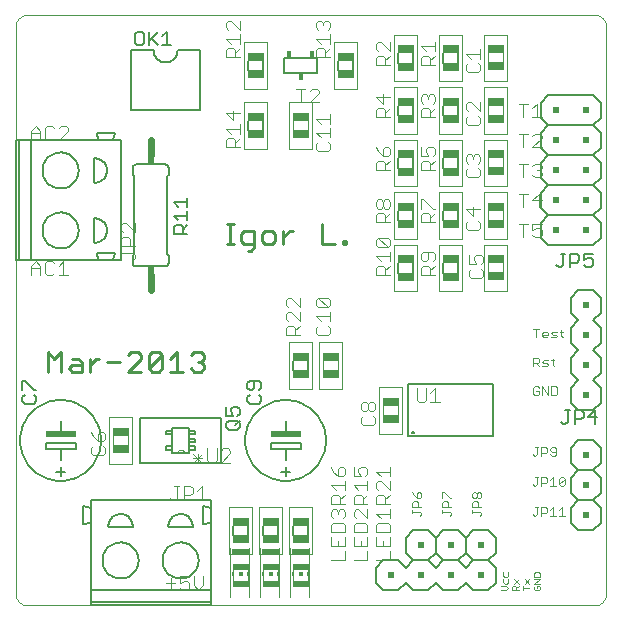
<source format=gto>
G75*
G70*
%OFA0B0*%
%FSLAX24Y24*%
%IPPOS*%
%LPD*%
%AMOC8*
5,1,8,0,0,1.08239X$1,22.5*
%
%ADD10C,0.0000*%
%ADD11C,0.0020*%
%ADD12C,0.0030*%
%ADD13C,0.0040*%
%ADD14C,0.0100*%
%ADD15C,0.0050*%
%ADD16R,0.0571X0.0295*%
%ADD17C,0.0060*%
%ADD18R,0.0551X0.0256*%
%ADD19R,0.0059X0.0118*%
%ADD20R,0.0118X0.0118*%
%ADD21R,0.0531X0.0236*%
%ADD22R,0.0030X0.1634*%
%ADD23R,0.0591X0.0049*%
%ADD24R,0.0591X0.0197*%
%ADD25C,0.0080*%
%ADD26R,0.0200X0.0200*%
%ADD27C,0.0240*%
%ADD28R,0.0240X0.0340*%
%ADD29R,0.1000X0.0200*%
%ADD30R,0.0180X0.0230*%
D10*
X000160Y000554D02*
X000160Y019451D01*
X000162Y019490D01*
X000168Y019528D01*
X000177Y019565D01*
X000190Y019602D01*
X000207Y019637D01*
X000226Y019670D01*
X000249Y019701D01*
X000275Y019730D01*
X000304Y019756D01*
X000335Y019779D01*
X000368Y019798D01*
X000403Y019815D01*
X000440Y019828D01*
X000477Y019837D01*
X000515Y019843D01*
X000554Y019845D01*
X019451Y019845D01*
X019490Y019843D01*
X019528Y019837D01*
X019565Y019828D01*
X019602Y019815D01*
X019637Y019798D01*
X019670Y019779D01*
X019701Y019756D01*
X019730Y019730D01*
X019756Y019701D01*
X019779Y019670D01*
X019798Y019637D01*
X019815Y019602D01*
X019828Y019565D01*
X019837Y019528D01*
X019843Y019490D01*
X019845Y019451D01*
X019845Y000554D01*
X019843Y000515D01*
X019837Y000477D01*
X019828Y000440D01*
X019815Y000403D01*
X019798Y000368D01*
X019779Y000335D01*
X019756Y000304D01*
X019730Y000275D01*
X019701Y000249D01*
X019670Y000226D01*
X019637Y000207D01*
X019602Y000190D01*
X019565Y000177D01*
X019528Y000168D01*
X019490Y000162D01*
X019451Y000160D01*
X000554Y000160D01*
X000515Y000162D01*
X000477Y000168D01*
X000440Y000177D01*
X000403Y000190D01*
X000368Y000207D01*
X000335Y000226D01*
X000304Y000249D01*
X000275Y000275D01*
X000249Y000304D01*
X000226Y000335D01*
X000207Y000368D01*
X000190Y000403D01*
X000177Y000440D01*
X000168Y000477D01*
X000162Y000515D01*
X000160Y000554D01*
X005610Y005340D02*
X005629Y005347D01*
X005650Y005351D01*
X005670Y005351D01*
X005691Y005347D01*
X005710Y005340D01*
X005780Y005240D02*
X005777Y005261D01*
X005771Y005281D01*
X005761Y005299D01*
X005749Y005316D01*
X005733Y005330D01*
X005716Y005341D01*
X005696Y005349D01*
X005676Y005354D01*
X005655Y005355D01*
X005634Y005352D01*
X005614Y005346D01*
X005596Y005336D01*
X005579Y005324D01*
X005565Y005308D01*
X005554Y005291D01*
X005546Y005271D01*
X005541Y005251D01*
X005540Y005230D01*
D11*
X004047Y004883D02*
X003273Y004883D01*
X003273Y006437D01*
X004047Y006437D01*
X004047Y004883D01*
X007273Y003437D02*
X007273Y001883D01*
X008047Y001883D01*
X008047Y003437D01*
X007273Y003437D01*
X008273Y003437D02*
X009047Y003437D01*
X009047Y001883D01*
X008273Y001883D01*
X008273Y003437D01*
X009273Y003437D02*
X010047Y003437D01*
X010047Y001883D01*
X009273Y001883D01*
X009273Y003437D01*
X012273Y005883D02*
X013047Y005883D01*
X013047Y007437D01*
X012273Y007437D01*
X012273Y005883D01*
X011047Y007383D02*
X010273Y007383D01*
X010273Y008937D01*
X011047Y008937D01*
X011047Y007383D01*
X010047Y007383D02*
X009273Y007383D01*
X009273Y008937D01*
X010047Y008937D01*
X010047Y007383D01*
X012773Y010633D02*
X013547Y010633D01*
X013547Y012187D01*
X012773Y012187D01*
X012773Y010633D01*
X014273Y010633D02*
X014273Y012187D01*
X015047Y012187D01*
X015047Y010633D01*
X014273Y010633D01*
X015773Y010633D02*
X016547Y010633D01*
X016547Y012187D01*
X015773Y012187D01*
X015773Y010633D01*
X015773Y012383D02*
X016547Y012383D01*
X016547Y013937D01*
X015773Y013937D01*
X015773Y012383D01*
X015047Y012383D02*
X014273Y012383D01*
X014273Y013937D01*
X015047Y013937D01*
X015047Y012383D01*
X013547Y012383D02*
X013547Y013937D01*
X012773Y013937D01*
X012773Y012383D01*
X013547Y012383D01*
X013547Y014133D02*
X012773Y014133D01*
X012773Y015687D01*
X013547Y015687D01*
X013547Y014133D01*
X014273Y014133D02*
X015047Y014133D01*
X015047Y015687D01*
X014273Y015687D01*
X014273Y014133D01*
X015773Y014133D02*
X016547Y014133D01*
X016547Y015687D01*
X015773Y015687D01*
X015773Y014133D01*
X015773Y015883D02*
X016547Y015883D01*
X016547Y017437D01*
X015773Y017437D01*
X015773Y015883D01*
X015047Y015883D02*
X014273Y015883D01*
X014273Y017437D01*
X015047Y017437D01*
X015047Y015883D01*
X013547Y015883D02*
X012773Y015883D01*
X012773Y017437D01*
X013547Y017437D01*
X013547Y015883D01*
X013547Y017633D02*
X012773Y017633D01*
X012773Y019187D01*
X013547Y019187D01*
X013547Y017633D01*
X014273Y017633D02*
X015047Y017633D01*
X015047Y019187D01*
X014273Y019187D01*
X014273Y017633D01*
X015773Y017633D02*
X016547Y017633D01*
X016547Y019187D01*
X015773Y019187D01*
X015773Y017633D01*
X011547Y017383D02*
X010773Y017383D01*
X010773Y018937D01*
X011547Y018937D01*
X011547Y017383D01*
X010047Y016937D02*
X009273Y016937D01*
X009273Y015383D01*
X010047Y015383D01*
X010047Y016937D01*
X008547Y016937D02*
X008547Y015383D01*
X007773Y015383D01*
X007773Y016937D01*
X008547Y016937D01*
X008547Y017383D02*
X007773Y017383D01*
X007773Y018937D01*
X008547Y018937D01*
X008547Y017383D01*
X016423Y001259D02*
X016423Y001149D01*
X016460Y001112D01*
X016533Y001112D01*
X016570Y001149D01*
X016570Y001259D01*
X016570Y001038D02*
X016570Y000928D01*
X016533Y000891D01*
X016460Y000891D01*
X016423Y000928D01*
X016423Y001038D01*
X016350Y000817D02*
X016497Y000817D01*
X016570Y000743D01*
X016497Y000670D01*
X016350Y000670D01*
X016710Y000670D02*
X016710Y000780D01*
X016747Y000817D01*
X016820Y000817D01*
X016857Y000780D01*
X016857Y000670D01*
X016930Y000670D02*
X016710Y000670D01*
X016857Y000743D02*
X016930Y000817D01*
X016930Y000891D02*
X016783Y001038D01*
X016783Y000891D02*
X016930Y001038D01*
X017143Y001038D02*
X017290Y000891D01*
X017430Y000891D02*
X017650Y001038D01*
X017430Y001038D01*
X017430Y001112D02*
X017430Y001222D01*
X017467Y001259D01*
X017613Y001259D01*
X017650Y001222D01*
X017650Y001112D01*
X017430Y001112D01*
X017290Y001038D02*
X017143Y000891D01*
X017070Y000817D02*
X017070Y000670D01*
X017070Y000743D02*
X017290Y000743D01*
X017430Y000707D02*
X017467Y000670D01*
X017613Y000670D01*
X017650Y000707D01*
X017650Y000780D01*
X017613Y000817D01*
X017540Y000817D01*
X017540Y000743D01*
X017467Y000817D02*
X017430Y000780D01*
X017430Y000707D01*
X017430Y000891D02*
X017650Y000891D01*
D12*
X017690Y003145D02*
X017690Y003435D01*
X017835Y003435D01*
X017883Y003387D01*
X017883Y003290D01*
X017835Y003242D01*
X017690Y003242D01*
X017540Y003193D02*
X017540Y003435D01*
X017492Y003435D02*
X017588Y003435D01*
X017540Y003193D02*
X017492Y003145D01*
X017443Y003145D01*
X017395Y003193D01*
X017984Y003145D02*
X018178Y003145D01*
X018081Y003145D02*
X018081Y003435D01*
X017984Y003338D01*
X018279Y003338D02*
X018376Y003435D01*
X018376Y003145D01*
X018472Y003145D02*
X018279Y003145D01*
X018327Y004145D02*
X018279Y004193D01*
X018472Y004387D01*
X018472Y004193D01*
X018424Y004145D01*
X018327Y004145D01*
X018279Y004193D02*
X018279Y004387D01*
X018327Y004435D01*
X018424Y004435D01*
X018472Y004387D01*
X018178Y004145D02*
X017984Y004145D01*
X018081Y004145D02*
X018081Y004435D01*
X017984Y004338D01*
X017883Y004290D02*
X017835Y004242D01*
X017690Y004242D01*
X017690Y004145D02*
X017690Y004435D01*
X017835Y004435D01*
X017883Y004387D01*
X017883Y004290D01*
X017588Y004435D02*
X017492Y004435D01*
X017540Y004435D02*
X017540Y004193D01*
X017492Y004145D01*
X017443Y004145D01*
X017395Y004193D01*
X017443Y005145D02*
X017395Y005193D01*
X017443Y005145D02*
X017492Y005145D01*
X017540Y005193D01*
X017540Y005435D01*
X017492Y005435D02*
X017588Y005435D01*
X017690Y005435D02*
X017835Y005435D01*
X017883Y005387D01*
X017883Y005290D01*
X017835Y005242D01*
X017690Y005242D01*
X017690Y005145D02*
X017690Y005435D01*
X017984Y005387D02*
X017984Y005338D01*
X018033Y005290D01*
X018178Y005290D01*
X018178Y005193D02*
X018178Y005387D01*
X018129Y005435D01*
X018033Y005435D01*
X017984Y005387D01*
X017984Y005193D02*
X018033Y005145D01*
X018129Y005145D01*
X018178Y005193D01*
X018159Y007175D02*
X018208Y007223D01*
X018208Y007417D01*
X018159Y007465D01*
X018014Y007465D01*
X018014Y007175D01*
X018159Y007175D01*
X017913Y007175D02*
X017913Y007465D01*
X017720Y007465D02*
X017913Y007175D01*
X017720Y007175D02*
X017720Y007465D01*
X017618Y007417D02*
X017570Y007465D01*
X017473Y007465D01*
X017425Y007417D01*
X017425Y007223D01*
X017473Y007175D01*
X017570Y007175D01*
X017618Y007223D01*
X017618Y007320D01*
X017522Y007320D01*
X017618Y008135D02*
X017522Y008232D01*
X017570Y008232D02*
X017425Y008232D01*
X017425Y008135D02*
X017425Y008425D01*
X017570Y008425D01*
X017618Y008377D01*
X017618Y008280D01*
X017570Y008232D01*
X017720Y008280D02*
X017768Y008328D01*
X017913Y008328D01*
X018014Y008328D02*
X018111Y008328D01*
X018063Y008377D02*
X018063Y008183D01*
X018111Y008135D01*
X017913Y008183D02*
X017865Y008232D01*
X017768Y008232D01*
X017720Y008280D01*
X017720Y008135D02*
X017865Y008135D01*
X017913Y008183D01*
X017865Y009095D02*
X017768Y009095D01*
X017720Y009143D01*
X017720Y009240D01*
X017768Y009288D01*
X017865Y009288D01*
X017913Y009240D01*
X017913Y009192D01*
X017720Y009192D01*
X017618Y009385D02*
X017425Y009385D01*
X017522Y009385D02*
X017522Y009095D01*
X018014Y009095D02*
X018159Y009095D01*
X018208Y009143D01*
X018159Y009192D01*
X018063Y009192D01*
X018014Y009240D01*
X018063Y009288D01*
X018208Y009288D01*
X018309Y009288D02*
X018406Y009288D01*
X018357Y009337D02*
X018357Y009143D01*
X018406Y009095D01*
X015627Y003928D02*
X015578Y003928D01*
X015530Y003879D01*
X015530Y003783D01*
X015482Y003734D01*
X015433Y003734D01*
X015385Y003783D01*
X015385Y003879D01*
X015433Y003928D01*
X015482Y003928D01*
X015530Y003879D01*
X015530Y003783D02*
X015578Y003734D01*
X015627Y003734D01*
X015675Y003783D01*
X015675Y003879D01*
X015627Y003928D01*
X015530Y003633D02*
X015578Y003585D01*
X015578Y003440D01*
X015675Y003440D02*
X015385Y003440D01*
X015385Y003585D01*
X015433Y003633D01*
X015530Y003633D01*
X015385Y003338D02*
X015385Y003242D01*
X015385Y003290D02*
X015627Y003290D01*
X015675Y003242D01*
X015675Y003193D01*
X015627Y003145D01*
X014675Y003193D02*
X014675Y003242D01*
X014627Y003290D01*
X014385Y003290D01*
X014385Y003242D02*
X014385Y003338D01*
X014385Y003440D02*
X014385Y003585D01*
X014433Y003633D01*
X014530Y003633D01*
X014578Y003585D01*
X014578Y003440D01*
X014675Y003440D02*
X014385Y003440D01*
X014385Y003734D02*
X014385Y003928D01*
X014433Y003928D01*
X014627Y003734D01*
X014675Y003734D01*
X014675Y003193D02*
X014627Y003145D01*
X013675Y003193D02*
X013675Y003242D01*
X013627Y003290D01*
X013385Y003290D01*
X013385Y003242D02*
X013385Y003338D01*
X013385Y003440D02*
X013385Y003585D01*
X013433Y003633D01*
X013530Y003633D01*
X013578Y003585D01*
X013578Y003440D01*
X013675Y003440D02*
X013385Y003440D01*
X013530Y003734D02*
X013530Y003879D01*
X013578Y003928D01*
X013627Y003928D01*
X013675Y003879D01*
X013675Y003783D01*
X013627Y003734D01*
X013530Y003734D01*
X013433Y003831D01*
X013385Y003928D01*
X013675Y003193D02*
X013627Y003145D01*
X007319Y004925D02*
X007005Y004925D01*
X007319Y005239D01*
X007319Y005317D01*
X007241Y005395D01*
X007084Y005395D01*
X007005Y005317D01*
X006859Y005395D02*
X006859Y005003D01*
X006780Y004925D01*
X006623Y004925D01*
X006545Y005003D01*
X006545Y005395D01*
X006385Y005217D02*
X006071Y004903D01*
X006385Y005217D01*
X006228Y005217D02*
X006228Y004903D01*
X006228Y005217D01*
X006071Y005217D02*
X006385Y004903D01*
X006071Y005217D01*
X006071Y005060D02*
X006385Y005060D01*
X006071Y005060D01*
D13*
X005989Y004140D02*
X005759Y004140D01*
X005759Y003680D01*
X005759Y003833D02*
X005989Y003833D01*
X006066Y003910D01*
X006066Y004064D01*
X005989Y004140D01*
X005606Y004140D02*
X005452Y004140D01*
X005529Y004140D02*
X005529Y003757D01*
X005452Y003680D01*
X005376Y003680D01*
X005299Y003757D01*
X006220Y003680D02*
X006527Y003680D01*
X006373Y003680D02*
X006373Y004140D01*
X006220Y003987D01*
X003920Y005520D02*
X003920Y005810D01*
X003400Y005810D02*
X003400Y005510D01*
X003140Y005410D02*
X003063Y005487D01*
X003140Y005410D02*
X003140Y005257D01*
X003063Y005180D01*
X002756Y005180D01*
X002680Y005257D01*
X002680Y005410D01*
X002756Y005487D01*
X002910Y005640D02*
X002756Y005794D01*
X002680Y005947D01*
X002910Y005871D02*
X002910Y005640D01*
X003063Y005640D01*
X003140Y005717D01*
X003140Y005871D01*
X003063Y005947D01*
X002987Y005947D01*
X002910Y005871D01*
X007414Y001337D02*
X007414Y000983D01*
X007906Y000973D02*
X007906Y001337D01*
X008414Y001337D02*
X008414Y000983D01*
X008906Y000973D02*
X008906Y001337D01*
X009414Y001337D02*
X009414Y000983D01*
X009906Y000973D02*
X009906Y001337D01*
X010680Y001680D02*
X011140Y001680D01*
X011140Y001987D01*
X011140Y002140D02*
X011140Y002447D01*
X011140Y002601D02*
X011140Y002831D01*
X011063Y002908D01*
X010756Y002908D01*
X010680Y002831D01*
X010680Y002601D01*
X011140Y002601D01*
X010910Y002294D02*
X010910Y002140D01*
X010680Y002140D02*
X011140Y002140D01*
X011430Y002140D02*
X011430Y002447D01*
X011430Y002601D02*
X011430Y002831D01*
X011506Y002908D01*
X011813Y002908D01*
X011890Y002831D01*
X011890Y002601D01*
X011430Y002601D01*
X011660Y002294D02*
X011660Y002140D01*
X011430Y002140D02*
X011890Y002140D01*
X011890Y002447D01*
X012180Y002447D02*
X012180Y002140D01*
X012640Y002140D01*
X012640Y002447D01*
X012640Y002601D02*
X012640Y002831D01*
X012563Y002908D01*
X012256Y002908D01*
X012180Y002831D01*
X012180Y002601D01*
X012640Y002601D01*
X012410Y002294D02*
X012410Y002140D01*
X012640Y001987D02*
X012640Y001680D01*
X012180Y001680D01*
X011890Y001680D02*
X011890Y001987D01*
X011890Y001680D02*
X011430Y001680D01*
X010680Y002140D02*
X010680Y002447D01*
X010756Y003061D02*
X010680Y003138D01*
X010680Y003291D01*
X010756Y003368D01*
X010833Y003368D01*
X010910Y003291D01*
X010987Y003368D01*
X011063Y003368D01*
X011140Y003291D01*
X011140Y003138D01*
X011063Y003061D01*
X010910Y003215D02*
X010910Y003291D01*
X010987Y003549D02*
X010987Y003779D01*
X010910Y003856D01*
X010756Y003856D01*
X010680Y003779D01*
X010680Y003549D01*
X011140Y003549D01*
X010987Y003702D02*
X011140Y003856D01*
X011140Y004009D02*
X011140Y004316D01*
X011140Y004163D02*
X010680Y004163D01*
X010833Y004009D01*
X010910Y004470D02*
X010910Y004700D01*
X010987Y004777D01*
X011063Y004777D01*
X011140Y004700D01*
X011140Y004546D01*
X011063Y004470D01*
X010910Y004470D01*
X010756Y004623D01*
X010680Y004777D01*
X011430Y004777D02*
X011430Y004470D01*
X011660Y004470D01*
X011583Y004623D01*
X011583Y004700D01*
X011660Y004777D01*
X011813Y004777D01*
X011890Y004700D01*
X011890Y004546D01*
X011813Y004470D01*
X011890Y004316D02*
X011890Y004009D01*
X011890Y003856D02*
X011737Y003702D01*
X011737Y003779D02*
X011737Y003549D01*
X011890Y003549D02*
X011430Y003549D01*
X011430Y003779D01*
X011506Y003856D01*
X011660Y003856D01*
X011737Y003779D01*
X011583Y004009D02*
X011430Y004163D01*
X011890Y004163D01*
X012180Y004239D02*
X012180Y004086D01*
X012256Y004009D01*
X012256Y003856D02*
X012410Y003856D01*
X012487Y003779D01*
X012487Y003549D01*
X012640Y003549D02*
X012180Y003549D01*
X012180Y003779D01*
X012256Y003856D01*
X012487Y003702D02*
X012640Y003856D01*
X012640Y004009D02*
X012333Y004316D01*
X012256Y004316D01*
X012180Y004239D01*
X012333Y004470D02*
X012180Y004623D01*
X012640Y004623D01*
X012640Y004470D02*
X012640Y004777D01*
X012640Y004316D02*
X012640Y004009D01*
X012640Y003368D02*
X012640Y003061D01*
X012640Y003215D02*
X012180Y003215D01*
X012333Y003061D01*
X011890Y003061D02*
X011583Y003368D01*
X011506Y003368D01*
X011430Y003291D01*
X011430Y003138D01*
X011506Y003061D01*
X011890Y003061D02*
X011890Y003368D01*
X011756Y006180D02*
X012063Y006180D01*
X012140Y006257D01*
X012140Y006410D01*
X012063Y006487D01*
X012063Y006640D02*
X011987Y006640D01*
X011910Y006717D01*
X011910Y006871D01*
X011987Y006947D01*
X012063Y006947D01*
X012140Y006871D01*
X012140Y006717D01*
X012063Y006640D01*
X011910Y006717D02*
X011833Y006640D01*
X011756Y006640D01*
X011680Y006717D01*
X011680Y006871D01*
X011756Y006947D01*
X011833Y006947D01*
X011910Y006871D01*
X011756Y006487D02*
X011680Y006410D01*
X011680Y006257D01*
X011756Y006180D01*
X012400Y006510D02*
X012400Y006810D01*
X012920Y006810D02*
X012920Y006520D01*
X013528Y007013D02*
X013605Y006936D01*
X013759Y006936D01*
X013835Y007013D01*
X013835Y007396D01*
X013989Y007243D02*
X014142Y007396D01*
X014142Y006936D01*
X013989Y006936D02*
X014296Y006936D01*
X013528Y007013D02*
X013528Y007396D01*
X010920Y008010D02*
X010920Y008310D01*
X010400Y008300D02*
X010400Y008010D01*
X010256Y009180D02*
X010563Y009180D01*
X010640Y009257D01*
X010640Y009410D01*
X010563Y009487D01*
X010640Y009640D02*
X010640Y009947D01*
X010640Y009794D02*
X010180Y009794D01*
X010333Y009640D01*
X010256Y009487D02*
X010180Y009410D01*
X010180Y009257D01*
X010256Y009180D01*
X009640Y009180D02*
X009180Y009180D01*
X009180Y009410D01*
X009256Y009487D01*
X009410Y009487D01*
X009487Y009410D01*
X009487Y009180D01*
X009487Y009333D02*
X009640Y009487D01*
X009640Y009640D02*
X009333Y009947D01*
X009256Y009947D01*
X009180Y009871D01*
X009180Y009717D01*
X009256Y009640D01*
X009640Y009640D02*
X009640Y009947D01*
X009640Y010101D02*
X009333Y010408D01*
X009256Y010408D01*
X009180Y010331D01*
X009180Y010178D01*
X009256Y010101D01*
X009640Y010101D02*
X009640Y010408D01*
X010180Y010331D02*
X010180Y010178D01*
X010256Y010101D01*
X010563Y010101D01*
X010256Y010408D01*
X010563Y010408D01*
X010640Y010331D01*
X010640Y010178D01*
X010563Y010101D01*
X010256Y010408D02*
X010180Y010331D01*
X012180Y011180D02*
X012180Y011410D01*
X012256Y011487D01*
X012410Y011487D01*
X012487Y011410D01*
X012487Y011180D01*
X012640Y011180D02*
X012180Y011180D01*
X012487Y011333D02*
X012640Y011487D01*
X012640Y011640D02*
X012640Y011947D01*
X012640Y011794D02*
X012180Y011794D01*
X012333Y011640D01*
X012256Y012101D02*
X012180Y012178D01*
X012180Y012331D01*
X012256Y012408D01*
X012563Y012101D01*
X012640Y012178D01*
X012640Y012331D01*
X012563Y012408D01*
X012256Y012408D01*
X012256Y012101D02*
X012563Y012101D01*
X012487Y012930D02*
X012487Y013160D01*
X012410Y013237D01*
X012256Y013237D01*
X012180Y013160D01*
X012180Y012930D01*
X012640Y012930D01*
X012487Y013083D02*
X012640Y013237D01*
X012563Y013390D02*
X012487Y013390D01*
X012410Y013467D01*
X012410Y013621D01*
X012487Y013697D01*
X012563Y013697D01*
X012640Y013621D01*
X012640Y013467D01*
X012563Y013390D01*
X012410Y013467D02*
X012333Y013390D01*
X012256Y013390D01*
X012180Y013467D01*
X012180Y013621D01*
X012256Y013697D01*
X012333Y013697D01*
X012410Y013621D01*
X012487Y014680D02*
X012487Y014910D01*
X012410Y014987D01*
X012256Y014987D01*
X012180Y014910D01*
X012180Y014680D01*
X012640Y014680D01*
X012487Y014833D02*
X012640Y014987D01*
X012563Y015140D02*
X012640Y015217D01*
X012640Y015371D01*
X012563Y015447D01*
X012487Y015447D01*
X012410Y015371D01*
X012410Y015140D01*
X012563Y015140D01*
X012410Y015140D02*
X012256Y015294D01*
X012180Y015447D01*
X012180Y016430D02*
X012180Y016660D01*
X012256Y016737D01*
X012410Y016737D01*
X012487Y016660D01*
X012487Y016430D01*
X012640Y016430D02*
X012180Y016430D01*
X012487Y016583D02*
X012640Y016737D01*
X012410Y016890D02*
X012410Y017197D01*
X012640Y017121D02*
X012180Y017121D01*
X012410Y016890D01*
X013680Y016967D02*
X013680Y017121D01*
X013756Y017197D01*
X013833Y017197D01*
X013910Y017121D01*
X013987Y017197D01*
X014063Y017197D01*
X014140Y017121D01*
X014140Y016967D01*
X014063Y016890D01*
X014140Y016737D02*
X013987Y016583D01*
X013987Y016660D02*
X013987Y016430D01*
X014140Y016430D02*
X013680Y016430D01*
X013680Y016660D01*
X013756Y016737D01*
X013910Y016737D01*
X013987Y016660D01*
X013756Y016890D02*
X013680Y016967D01*
X013910Y017044D02*
X013910Y017121D01*
X013987Y018180D02*
X013987Y018410D01*
X013910Y018487D01*
X013756Y018487D01*
X013680Y018410D01*
X013680Y018180D01*
X014140Y018180D01*
X013987Y018333D02*
X014140Y018487D01*
X014140Y018640D02*
X014140Y018947D01*
X014140Y018794D02*
X013680Y018794D01*
X013833Y018640D01*
X012640Y018640D02*
X012333Y018947D01*
X012256Y018947D01*
X012180Y018871D01*
X012180Y018717D01*
X012256Y018640D01*
X012256Y018487D02*
X012180Y018410D01*
X012180Y018180D01*
X012640Y018180D01*
X012487Y018180D02*
X012487Y018410D01*
X012410Y018487D01*
X012256Y018487D01*
X012487Y018333D02*
X012640Y018487D01*
X012640Y018640D02*
X012640Y018947D01*
X010640Y018890D02*
X010640Y019197D01*
X010640Y019044D02*
X010180Y019044D01*
X010333Y018890D01*
X010256Y018737D02*
X010410Y018737D01*
X010487Y018660D01*
X010487Y018430D01*
X010640Y018430D02*
X010180Y018430D01*
X010180Y018660D01*
X010256Y018737D01*
X010487Y018583D02*
X010640Y018737D01*
X010563Y019351D02*
X010640Y019428D01*
X010640Y019581D01*
X010563Y019658D01*
X010487Y019658D01*
X010410Y019581D01*
X010410Y019504D01*
X010410Y019581D02*
X010333Y019658D01*
X010256Y019658D01*
X010180Y019581D01*
X010180Y019428D01*
X010256Y019351D01*
X010200Y017390D02*
X010046Y017390D01*
X009970Y017314D01*
X009816Y017390D02*
X009509Y017390D01*
X009663Y017390D02*
X009663Y016930D01*
X009970Y016930D02*
X010277Y017237D01*
X010277Y017314D01*
X010200Y017390D01*
X010277Y016930D02*
X009970Y016930D01*
X010180Y016373D02*
X010640Y016373D01*
X010640Y016220D02*
X010640Y016527D01*
X010333Y016220D02*
X010180Y016373D01*
X009920Y016310D02*
X009920Y016010D01*
X010180Y015913D02*
X010640Y015913D01*
X010640Y016066D02*
X010640Y015759D01*
X010563Y015606D02*
X010640Y015529D01*
X010640Y015376D01*
X010563Y015299D01*
X010256Y015299D01*
X010180Y015376D01*
X010180Y015529D01*
X010256Y015606D01*
X010333Y015759D02*
X010180Y015913D01*
X009400Y016010D02*
X009400Y016300D01*
X007640Y016197D02*
X007640Y015890D01*
X007640Y015737D02*
X007487Y015583D01*
X007487Y015660D02*
X007487Y015430D01*
X007640Y015430D02*
X007180Y015430D01*
X007180Y015660D01*
X007256Y015737D01*
X007410Y015737D01*
X007487Y015660D01*
X007333Y015890D02*
X007180Y016044D01*
X007640Y016044D01*
X007410Y016351D02*
X007410Y016658D01*
X007640Y016581D02*
X007180Y016581D01*
X007410Y016351D01*
X007487Y018430D02*
X007487Y018660D01*
X007410Y018737D01*
X007256Y018737D01*
X007180Y018660D01*
X007180Y018430D01*
X007640Y018430D01*
X007487Y018583D02*
X007640Y018737D01*
X007640Y018890D02*
X007640Y019197D01*
X007640Y019044D02*
X007180Y019044D01*
X007333Y018890D01*
X007256Y019351D02*
X007180Y019428D01*
X007180Y019581D01*
X007256Y019658D01*
X007333Y019658D01*
X007640Y019351D01*
X007640Y019658D01*
X001908Y016064D02*
X001831Y016140D01*
X001678Y016140D01*
X001601Y016064D01*
X001447Y016064D02*
X001371Y016140D01*
X001217Y016140D01*
X001140Y016064D01*
X001140Y015757D01*
X001217Y015680D01*
X001371Y015680D01*
X001447Y015757D01*
X001601Y015680D02*
X001908Y015987D01*
X001908Y016064D01*
X001908Y015680D02*
X001601Y015680D01*
X000987Y015680D02*
X000987Y015987D01*
X000833Y016140D01*
X000680Y015987D01*
X000680Y015680D01*
X000680Y015910D02*
X000987Y015910D01*
X003756Y012908D02*
X003680Y012831D01*
X003680Y012678D01*
X003756Y012601D01*
X003756Y012447D02*
X003910Y012447D01*
X003987Y012371D01*
X003987Y012140D01*
X004140Y012140D02*
X003680Y012140D01*
X003680Y012371D01*
X003756Y012447D01*
X004140Y012601D02*
X003833Y012908D01*
X003756Y012908D01*
X004140Y012908D02*
X004140Y012601D01*
X004063Y011910D02*
X003680Y011910D01*
X003680Y011833D02*
X003680Y011987D01*
X004063Y011910D02*
X004140Y011833D01*
X004140Y011757D01*
X004063Y011680D01*
X001908Y011180D02*
X001601Y011180D01*
X001754Y011180D02*
X001754Y011640D01*
X001601Y011487D01*
X001447Y011564D02*
X001371Y011640D01*
X001217Y011640D01*
X001140Y011564D01*
X001140Y011257D01*
X001217Y011180D01*
X001371Y011180D01*
X001447Y011257D01*
X000987Y011180D02*
X000987Y011487D01*
X000833Y011640D01*
X000680Y011487D01*
X000680Y011180D01*
X000680Y011410D02*
X000987Y011410D01*
X005333Y001064D02*
X005333Y000757D01*
X005180Y000910D02*
X005487Y000910D01*
X005640Y000910D02*
X005640Y001140D01*
X005947Y001140D01*
X006101Y001140D02*
X006101Y000833D01*
X006254Y000680D01*
X006408Y000833D01*
X006408Y001140D01*
X005947Y000910D02*
X005947Y000757D01*
X005871Y000680D01*
X005717Y000680D01*
X005640Y000757D01*
X005640Y000910D02*
X005794Y000987D01*
X005871Y000987D01*
X005947Y000910D01*
X013680Y011180D02*
X013680Y011410D01*
X013756Y011487D01*
X013910Y011487D01*
X013987Y011410D01*
X013987Y011180D01*
X014140Y011180D02*
X013680Y011180D01*
X013987Y011333D02*
X014140Y011487D01*
X014063Y011640D02*
X014140Y011717D01*
X014140Y011871D01*
X014063Y011947D01*
X013756Y011947D01*
X013680Y011871D01*
X013680Y011717D01*
X013756Y011640D01*
X013833Y011640D01*
X013910Y011717D01*
X013910Y011947D01*
X013987Y012930D02*
X013987Y013160D01*
X013910Y013237D01*
X013756Y013237D01*
X013680Y013160D01*
X013680Y012930D01*
X014140Y012930D01*
X013987Y013083D02*
X014140Y013237D01*
X014140Y013390D02*
X014063Y013390D01*
X013756Y013697D01*
X013680Y013697D01*
X013680Y013390D01*
X013680Y014680D02*
X013680Y014910D01*
X013756Y014987D01*
X013910Y014987D01*
X013987Y014910D01*
X013987Y014680D01*
X014140Y014680D02*
X013680Y014680D01*
X013987Y014833D02*
X014140Y014987D01*
X014063Y015140D02*
X014140Y015217D01*
X014140Y015371D01*
X014063Y015447D01*
X013910Y015447D01*
X013833Y015371D01*
X013833Y015294D01*
X013910Y015140D01*
X013680Y015140D01*
X013680Y015447D01*
X015180Y015121D02*
X015180Y014967D01*
X015256Y014890D01*
X015256Y014737D02*
X015180Y014660D01*
X015180Y014507D01*
X015256Y014430D01*
X015563Y014430D01*
X015640Y014507D01*
X015640Y014660D01*
X015563Y014737D01*
X015563Y014890D02*
X015640Y014967D01*
X015640Y015121D01*
X015563Y015197D01*
X015487Y015197D01*
X015410Y015121D01*
X015410Y015044D01*
X015410Y015121D02*
X015333Y015197D01*
X015256Y015197D01*
X015180Y015121D01*
X015900Y015060D02*
X015900Y014760D01*
X016420Y014770D02*
X016420Y015060D01*
X016930Y014890D02*
X017237Y014890D01*
X017083Y014890D02*
X017083Y014430D01*
X017390Y014507D02*
X017467Y014430D01*
X017621Y014430D01*
X017697Y014507D01*
X017697Y014583D01*
X017621Y014660D01*
X017544Y014660D01*
X017621Y014660D02*
X017697Y014737D01*
X017697Y014814D01*
X017621Y014890D01*
X017467Y014890D01*
X017390Y014814D01*
X017390Y015430D02*
X017697Y015737D01*
X017697Y015814D01*
X017621Y015890D01*
X017467Y015890D01*
X017390Y015814D01*
X017237Y015890D02*
X016930Y015890D01*
X017083Y015890D02*
X017083Y015430D01*
X017390Y015430D02*
X017697Y015430D01*
X017697Y016430D02*
X017390Y016430D01*
X017544Y016430D02*
X017544Y016890D01*
X017390Y016737D01*
X017237Y016890D02*
X016930Y016890D01*
X017083Y016890D02*
X017083Y016430D01*
X016420Y016520D02*
X016420Y016810D01*
X015900Y016810D02*
X015900Y016510D01*
X015640Y016410D02*
X015563Y016487D01*
X015640Y016410D02*
X015640Y016257D01*
X015563Y016180D01*
X015256Y016180D01*
X015180Y016257D01*
X015180Y016410D01*
X015256Y016487D01*
X015256Y016640D02*
X015180Y016717D01*
X015180Y016871D01*
X015256Y016947D01*
X015333Y016947D01*
X015640Y016640D01*
X015640Y016947D01*
X015563Y017930D02*
X015256Y017930D01*
X015180Y018007D01*
X015180Y018160D01*
X015256Y018237D01*
X015333Y018390D02*
X015180Y018544D01*
X015640Y018544D01*
X015640Y018697D02*
X015640Y018390D01*
X015563Y018237D02*
X015640Y018160D01*
X015640Y018007D01*
X015563Y017930D01*
X015900Y018260D02*
X015900Y018560D01*
X016420Y018560D02*
X016420Y018270D01*
X016930Y013890D02*
X017237Y013890D01*
X017083Y013890D02*
X017083Y013430D01*
X017390Y013660D02*
X017697Y013660D01*
X017621Y013430D02*
X017621Y013890D01*
X017390Y013660D01*
X017390Y012890D02*
X017390Y012660D01*
X017544Y012737D01*
X017621Y012737D01*
X017697Y012660D01*
X017697Y012507D01*
X017621Y012430D01*
X017467Y012430D01*
X017390Y012507D01*
X017083Y012430D02*
X017083Y012890D01*
X016930Y012890D02*
X017237Y012890D01*
X017390Y012890D02*
X017697Y012890D01*
X016420Y013020D02*
X016420Y013310D01*
X015900Y013310D02*
X015900Y013010D01*
X015640Y012910D02*
X015640Y012757D01*
X015563Y012680D01*
X015256Y012680D01*
X015180Y012757D01*
X015180Y012910D01*
X015256Y012987D01*
X015410Y013140D02*
X015410Y013447D01*
X015640Y013371D02*
X015180Y013371D01*
X015410Y013140D01*
X015563Y012987D02*
X015640Y012910D01*
X015663Y011847D02*
X015510Y011847D01*
X015433Y011771D01*
X015433Y011694D01*
X015510Y011540D01*
X015280Y011540D01*
X015280Y011847D01*
X015663Y011847D02*
X015740Y011771D01*
X015740Y011617D01*
X015663Y011540D01*
X015663Y011387D02*
X015740Y011310D01*
X015740Y011157D01*
X015663Y011080D01*
X015356Y011080D01*
X015280Y011157D01*
X015280Y011310D01*
X015356Y011387D01*
X015900Y011260D02*
X015900Y011560D01*
X016420Y011560D02*
X016420Y011270D01*
D14*
X011169Y012210D02*
X011059Y012210D01*
X011059Y012320D01*
X011169Y012320D01*
X011169Y012210D01*
X010799Y012210D02*
X010359Y012210D01*
X010359Y012871D01*
X009406Y012650D02*
X009296Y012650D01*
X009076Y012430D01*
X009076Y012210D02*
X009076Y012650D01*
X008817Y012540D02*
X008817Y012320D01*
X008707Y012210D01*
X008486Y012210D01*
X008376Y012320D01*
X008376Y012540D01*
X008486Y012650D01*
X008707Y012650D01*
X008817Y012540D01*
X008117Y012650D02*
X008117Y012100D01*
X008007Y011990D01*
X007897Y011990D01*
X007787Y012210D02*
X008117Y012210D01*
X007787Y012210D02*
X007677Y012320D01*
X007677Y012540D01*
X007787Y012650D01*
X008117Y012650D01*
X007430Y012871D02*
X007210Y012871D01*
X007320Y012871D02*
X007320Y012210D01*
X007210Y012210D02*
X007430Y012210D01*
X006340Y008611D02*
X006120Y008611D01*
X006010Y008500D01*
X006230Y008280D02*
X006340Y008280D01*
X006451Y008170D01*
X006451Y008060D01*
X006340Y007950D01*
X006120Y007950D01*
X006010Y008060D01*
X006340Y008280D02*
X006451Y008390D01*
X006451Y008500D01*
X006340Y008611D01*
X005751Y007950D02*
X005310Y007950D01*
X005531Y007950D02*
X005531Y008611D01*
X005310Y008390D01*
X005051Y008500D02*
X005051Y008060D01*
X004941Y007950D01*
X004721Y007950D01*
X004611Y008060D01*
X005051Y008500D01*
X004941Y008611D01*
X004721Y008611D01*
X004611Y008500D01*
X004611Y008060D01*
X004351Y007950D02*
X003911Y007950D01*
X004351Y008390D01*
X004351Y008500D01*
X004241Y008611D01*
X004021Y008611D01*
X003911Y008500D01*
X003651Y008280D02*
X003211Y008280D01*
X002958Y008390D02*
X002848Y008390D01*
X002628Y008170D01*
X002628Y007950D02*
X002628Y008390D01*
X002368Y008280D02*
X002368Y007950D01*
X002038Y007950D01*
X001928Y008060D01*
X002038Y008170D01*
X002368Y008170D01*
X002368Y008280D02*
X002258Y008390D01*
X002038Y008390D01*
X001669Y008611D02*
X001669Y007950D01*
X001228Y007950D02*
X001228Y008611D01*
X001448Y008390D01*
X001669Y008611D01*
D15*
X000835Y007345D02*
X000760Y007345D01*
X000460Y007646D01*
X000385Y007646D01*
X000385Y007345D01*
X000460Y007185D02*
X000385Y007110D01*
X000385Y006960D01*
X000460Y006885D01*
X000760Y006885D01*
X000835Y006960D01*
X000835Y007110D01*
X000760Y007185D01*
X002660Y003660D02*
X006660Y003660D01*
X006660Y000660D01*
X002660Y000660D01*
X002660Y003660D01*
X002660Y003410D02*
X002410Y003460D01*
X002410Y002860D01*
X002660Y002910D01*
X003260Y002760D02*
X004060Y002760D01*
X004063Y002799D01*
X004062Y002838D01*
X004057Y002877D01*
X004049Y002915D01*
X004037Y002952D01*
X004022Y002988D01*
X004003Y003022D01*
X003981Y003054D01*
X003956Y003084D01*
X003928Y003111D01*
X003897Y003136D01*
X003865Y003157D01*
X003830Y003175D01*
X003794Y003190D01*
X003757Y003201D01*
X003718Y003209D01*
X003680Y003213D01*
X003640Y003213D01*
X003602Y003209D01*
X003563Y003201D01*
X003526Y003190D01*
X003490Y003175D01*
X003455Y003157D01*
X003423Y003136D01*
X003392Y003111D01*
X003364Y003084D01*
X003339Y003054D01*
X003317Y003022D01*
X003298Y002988D01*
X003283Y002952D01*
X003271Y002915D01*
X003263Y002877D01*
X003258Y002838D01*
X003257Y002799D01*
X003260Y002760D01*
X003060Y001660D02*
X003062Y001709D01*
X003068Y001757D01*
X003078Y001805D01*
X003092Y001852D01*
X003109Y001898D01*
X003130Y001942D01*
X003155Y001984D01*
X003183Y002024D01*
X003215Y002062D01*
X003249Y002097D01*
X003286Y002129D01*
X003325Y002158D01*
X003367Y002184D01*
X003411Y002206D01*
X003456Y002224D01*
X003503Y002239D01*
X003550Y002250D01*
X003599Y002257D01*
X003648Y002260D01*
X003697Y002259D01*
X003745Y002254D01*
X003794Y002245D01*
X003841Y002232D01*
X003887Y002215D01*
X003931Y002195D01*
X003974Y002171D01*
X004015Y002144D01*
X004053Y002113D01*
X004089Y002080D01*
X004121Y002044D01*
X004151Y002005D01*
X004178Y001964D01*
X004201Y001920D01*
X004220Y001875D01*
X004236Y001829D01*
X004248Y001782D01*
X004256Y001733D01*
X004260Y001684D01*
X004260Y001636D01*
X004256Y001587D01*
X004248Y001538D01*
X004236Y001491D01*
X004220Y001445D01*
X004201Y001400D01*
X004178Y001356D01*
X004151Y001315D01*
X004121Y001276D01*
X004089Y001240D01*
X004053Y001207D01*
X004015Y001176D01*
X003974Y001149D01*
X003931Y001125D01*
X003887Y001105D01*
X003841Y001088D01*
X003794Y001075D01*
X003745Y001066D01*
X003697Y001061D01*
X003648Y001060D01*
X003599Y001063D01*
X003550Y001070D01*
X003503Y001081D01*
X003456Y001096D01*
X003411Y001114D01*
X003367Y001136D01*
X003325Y001162D01*
X003286Y001191D01*
X003249Y001223D01*
X003215Y001258D01*
X003183Y001296D01*
X003155Y001336D01*
X003130Y001378D01*
X003109Y001422D01*
X003092Y001468D01*
X003078Y001515D01*
X003068Y001563D01*
X003062Y001611D01*
X003060Y001660D01*
X002660Y000660D02*
X002660Y000260D01*
X006660Y000260D01*
X006660Y000160D01*
X002660Y000160D01*
X002660Y000260D01*
X005260Y002760D02*
X006060Y002760D01*
X006410Y002860D02*
X006660Y002910D01*
X006410Y002860D02*
X006410Y003460D01*
X006660Y003410D01*
X006060Y002760D02*
X006063Y002799D01*
X006062Y002838D01*
X006057Y002877D01*
X006049Y002915D01*
X006037Y002952D01*
X006022Y002988D01*
X006003Y003022D01*
X005981Y003054D01*
X005956Y003084D01*
X005928Y003111D01*
X005897Y003136D01*
X005865Y003157D01*
X005830Y003175D01*
X005794Y003190D01*
X005757Y003201D01*
X005718Y003209D01*
X005680Y003213D01*
X005640Y003213D01*
X005602Y003209D01*
X005563Y003201D01*
X005526Y003190D01*
X005490Y003175D01*
X005455Y003157D01*
X005423Y003136D01*
X005392Y003111D01*
X005364Y003084D01*
X005339Y003054D01*
X005317Y003022D01*
X005298Y002988D01*
X005283Y002952D01*
X005271Y002915D01*
X005263Y002877D01*
X005258Y002838D01*
X005257Y002799D01*
X005260Y002760D01*
X005060Y001660D02*
X005062Y001709D01*
X005068Y001757D01*
X005078Y001805D01*
X005092Y001852D01*
X005109Y001898D01*
X005130Y001942D01*
X005155Y001984D01*
X005183Y002024D01*
X005215Y002062D01*
X005249Y002097D01*
X005286Y002129D01*
X005325Y002158D01*
X005367Y002184D01*
X005411Y002206D01*
X005456Y002224D01*
X005503Y002239D01*
X005550Y002250D01*
X005599Y002257D01*
X005648Y002260D01*
X005697Y002259D01*
X005745Y002254D01*
X005794Y002245D01*
X005841Y002232D01*
X005887Y002215D01*
X005931Y002195D01*
X005974Y002171D01*
X006015Y002144D01*
X006053Y002113D01*
X006089Y002080D01*
X006121Y002044D01*
X006151Y002005D01*
X006178Y001964D01*
X006201Y001920D01*
X006220Y001875D01*
X006236Y001829D01*
X006248Y001782D01*
X006256Y001733D01*
X006260Y001684D01*
X006260Y001636D01*
X006256Y001587D01*
X006248Y001538D01*
X006236Y001491D01*
X006220Y001445D01*
X006201Y001400D01*
X006178Y001356D01*
X006151Y001315D01*
X006121Y001276D01*
X006089Y001240D01*
X006053Y001207D01*
X006015Y001176D01*
X005974Y001149D01*
X005931Y001125D01*
X005887Y001105D01*
X005841Y001088D01*
X005794Y001075D01*
X005745Y001066D01*
X005697Y001061D01*
X005648Y001060D01*
X005599Y001063D01*
X005550Y001070D01*
X005503Y001081D01*
X005456Y001096D01*
X005411Y001114D01*
X005367Y001136D01*
X005325Y001162D01*
X005286Y001191D01*
X005249Y001223D01*
X005215Y001258D01*
X005183Y001296D01*
X005155Y001336D01*
X005130Y001378D01*
X005109Y001422D01*
X005092Y001468D01*
X005078Y001515D01*
X005068Y001563D01*
X005062Y001611D01*
X005060Y001660D01*
X006660Y000660D02*
X006660Y000260D01*
X006999Y004912D02*
X004321Y004912D01*
X004321Y006408D01*
X006999Y006408D01*
X006999Y004912D01*
X007960Y006885D02*
X008260Y006885D01*
X008335Y006960D01*
X008335Y007110D01*
X008260Y007185D01*
X008260Y007345D02*
X008335Y007420D01*
X008335Y007571D01*
X008260Y007646D01*
X007960Y007646D01*
X007885Y007571D01*
X007885Y007420D01*
X007960Y007345D01*
X008035Y007345D01*
X008110Y007420D01*
X008110Y007646D01*
X007960Y007185D02*
X007885Y007110D01*
X007885Y006960D01*
X007960Y006885D01*
X003660Y011660D02*
X000660Y011660D01*
X000660Y015660D01*
X003660Y015660D01*
X003660Y011660D01*
X003410Y011660D02*
X003460Y011910D01*
X002860Y011910D01*
X002910Y011660D01*
X002760Y012260D02*
X002760Y013060D01*
X002799Y013063D01*
X002838Y013062D01*
X002877Y013057D01*
X002915Y013049D01*
X002952Y013037D01*
X002988Y013022D01*
X003022Y013003D01*
X003054Y012981D01*
X003084Y012956D01*
X003111Y012928D01*
X003136Y012897D01*
X003157Y012865D01*
X003175Y012830D01*
X003190Y012794D01*
X003201Y012757D01*
X003209Y012718D01*
X003213Y012680D01*
X003213Y012640D01*
X003209Y012602D01*
X003201Y012563D01*
X003190Y012526D01*
X003175Y012490D01*
X003157Y012455D01*
X003136Y012423D01*
X003111Y012392D01*
X003084Y012364D01*
X003054Y012339D01*
X003022Y012317D01*
X002988Y012298D01*
X002952Y012283D01*
X002915Y012271D01*
X002877Y012263D01*
X002838Y012258D01*
X002799Y012257D01*
X002760Y012260D01*
X001060Y012660D02*
X001062Y012709D01*
X001068Y012757D01*
X001078Y012805D01*
X001092Y012852D01*
X001109Y012898D01*
X001130Y012942D01*
X001155Y012984D01*
X001183Y013024D01*
X001215Y013062D01*
X001249Y013097D01*
X001286Y013129D01*
X001325Y013158D01*
X001367Y013184D01*
X001411Y013206D01*
X001456Y013224D01*
X001503Y013239D01*
X001550Y013250D01*
X001599Y013257D01*
X001648Y013260D01*
X001697Y013259D01*
X001745Y013254D01*
X001794Y013245D01*
X001841Y013232D01*
X001887Y013215D01*
X001931Y013195D01*
X001974Y013171D01*
X002015Y013144D01*
X002053Y013113D01*
X002089Y013080D01*
X002121Y013044D01*
X002151Y013005D01*
X002178Y012964D01*
X002201Y012920D01*
X002220Y012875D01*
X002236Y012829D01*
X002248Y012782D01*
X002256Y012733D01*
X002260Y012684D01*
X002260Y012636D01*
X002256Y012587D01*
X002248Y012538D01*
X002236Y012491D01*
X002220Y012445D01*
X002201Y012400D01*
X002178Y012356D01*
X002151Y012315D01*
X002121Y012276D01*
X002089Y012240D01*
X002053Y012207D01*
X002015Y012176D01*
X001974Y012149D01*
X001931Y012125D01*
X001887Y012105D01*
X001841Y012088D01*
X001794Y012075D01*
X001745Y012066D01*
X001697Y012061D01*
X001648Y012060D01*
X001599Y012063D01*
X001550Y012070D01*
X001503Y012081D01*
X001456Y012096D01*
X001411Y012114D01*
X001367Y012136D01*
X001325Y012162D01*
X001286Y012191D01*
X001249Y012223D01*
X001215Y012258D01*
X001183Y012296D01*
X001155Y012336D01*
X001130Y012378D01*
X001109Y012422D01*
X001092Y012468D01*
X001078Y012515D01*
X001068Y012563D01*
X001062Y012611D01*
X001060Y012660D01*
X000660Y011660D02*
X000260Y011660D01*
X000260Y015660D01*
X000660Y015660D01*
X000260Y015660D02*
X000160Y015660D01*
X000160Y011660D01*
X000260Y011660D01*
X002760Y014260D02*
X002760Y015060D01*
X002799Y015063D01*
X002838Y015062D01*
X002877Y015057D01*
X002915Y015049D01*
X002952Y015037D01*
X002988Y015022D01*
X003022Y015003D01*
X003054Y014981D01*
X003084Y014956D01*
X003111Y014928D01*
X003136Y014897D01*
X003157Y014865D01*
X003175Y014830D01*
X003190Y014794D01*
X003201Y014757D01*
X003209Y014718D01*
X003213Y014680D01*
X003213Y014640D01*
X003209Y014602D01*
X003201Y014563D01*
X003190Y014526D01*
X003175Y014490D01*
X003157Y014455D01*
X003136Y014423D01*
X003111Y014392D01*
X003084Y014364D01*
X003054Y014339D01*
X003022Y014317D01*
X002988Y014298D01*
X002952Y014283D01*
X002915Y014271D01*
X002877Y014263D01*
X002838Y014258D01*
X002799Y014257D01*
X002760Y014260D01*
X001060Y014660D02*
X001062Y014709D01*
X001068Y014757D01*
X001078Y014805D01*
X001092Y014852D01*
X001109Y014898D01*
X001130Y014942D01*
X001155Y014984D01*
X001183Y015024D01*
X001215Y015062D01*
X001249Y015097D01*
X001286Y015129D01*
X001325Y015158D01*
X001367Y015184D01*
X001411Y015206D01*
X001456Y015224D01*
X001503Y015239D01*
X001550Y015250D01*
X001599Y015257D01*
X001648Y015260D01*
X001697Y015259D01*
X001745Y015254D01*
X001794Y015245D01*
X001841Y015232D01*
X001887Y015215D01*
X001931Y015195D01*
X001974Y015171D01*
X002015Y015144D01*
X002053Y015113D01*
X002089Y015080D01*
X002121Y015044D01*
X002151Y015005D01*
X002178Y014964D01*
X002201Y014920D01*
X002220Y014875D01*
X002236Y014829D01*
X002248Y014782D01*
X002256Y014733D01*
X002260Y014684D01*
X002260Y014636D01*
X002256Y014587D01*
X002248Y014538D01*
X002236Y014491D01*
X002220Y014445D01*
X002201Y014400D01*
X002178Y014356D01*
X002151Y014315D01*
X002121Y014276D01*
X002089Y014240D01*
X002053Y014207D01*
X002015Y014176D01*
X001974Y014149D01*
X001931Y014125D01*
X001887Y014105D01*
X001841Y014088D01*
X001794Y014075D01*
X001745Y014066D01*
X001697Y014061D01*
X001648Y014060D01*
X001599Y014063D01*
X001550Y014070D01*
X001503Y014081D01*
X001456Y014096D01*
X001411Y014114D01*
X001367Y014136D01*
X001325Y014162D01*
X001286Y014191D01*
X001249Y014223D01*
X001215Y014258D01*
X001183Y014296D01*
X001155Y014336D01*
X001130Y014378D01*
X001109Y014422D01*
X001092Y014468D01*
X001078Y014515D01*
X001068Y014563D01*
X001062Y014611D01*
X001060Y014660D01*
X002910Y015660D02*
X002860Y015910D01*
X003460Y015910D01*
X003410Y015660D01*
X005435Y013606D02*
X005885Y013606D01*
X005885Y013456D02*
X005885Y013756D01*
X005585Y013456D02*
X005435Y013606D01*
X005435Y013146D02*
X005885Y013146D01*
X005885Y013296D02*
X005885Y012995D01*
X005885Y012835D02*
X005735Y012685D01*
X005735Y012760D02*
X005735Y012535D01*
X005885Y012535D02*
X005435Y012535D01*
X005435Y012760D01*
X005510Y012835D01*
X005660Y012835D01*
X005735Y012760D01*
X005585Y012995D02*
X005435Y013146D01*
X009100Y017900D02*
X010220Y017900D01*
X010220Y018420D01*
X009100Y018420D01*
X009100Y017900D01*
X005356Y018835D02*
X005056Y018835D01*
X005206Y018835D02*
X005206Y019285D01*
X005056Y019135D01*
X004896Y019285D02*
X004595Y018985D01*
X004670Y019060D02*
X004896Y018835D01*
X004595Y018835D02*
X004595Y019285D01*
X004435Y019210D02*
X004360Y019285D01*
X004210Y019285D01*
X004135Y019210D01*
X004135Y018910D01*
X004210Y018835D01*
X004360Y018835D01*
X004435Y018910D01*
X004435Y019210D01*
X013253Y007526D02*
X016067Y007526D01*
X016067Y005794D01*
X013253Y005794D01*
X013253Y007526D01*
X013390Y005932D02*
X013392Y005940D01*
X013397Y005947D01*
X013404Y005951D01*
X013412Y005952D01*
X013420Y005949D01*
X013426Y005944D01*
X013430Y005936D01*
X013430Y005928D01*
X013426Y005920D01*
X013420Y005915D01*
X013412Y005912D01*
X013404Y005913D01*
X013397Y005917D01*
X013392Y005924D01*
X013390Y005932D01*
X018334Y006290D02*
X018409Y006215D01*
X018484Y006215D01*
X018559Y006290D01*
X018559Y006665D01*
X018484Y006665D02*
X018634Y006665D01*
X018794Y006665D02*
X019019Y006665D01*
X019094Y006590D01*
X019094Y006440D01*
X019019Y006365D01*
X018794Y006365D01*
X018794Y006215D02*
X018794Y006665D01*
X019255Y006440D02*
X019555Y006440D01*
X019480Y006215D02*
X019480Y006665D01*
X019255Y006440D01*
X019181Y011435D02*
X019106Y011510D01*
X019181Y011435D02*
X019331Y011435D01*
X019406Y011510D01*
X019406Y011660D01*
X019331Y011735D01*
X019256Y011735D01*
X019106Y011660D01*
X019106Y011885D01*
X019406Y011885D01*
X018946Y011810D02*
X018946Y011660D01*
X018871Y011585D01*
X018645Y011585D01*
X018645Y011435D02*
X018645Y011885D01*
X018871Y011885D01*
X018946Y011810D01*
X018485Y011885D02*
X018335Y011885D01*
X018410Y011885D02*
X018410Y011510D01*
X018335Y011435D01*
X018260Y011435D01*
X018185Y011510D01*
D16*
X016160Y011698D03*
X016160Y011128D03*
X016160Y012878D03*
X016160Y013448D03*
X016160Y014628D03*
X016160Y015198D03*
X016160Y016378D03*
X016160Y016948D03*
X016160Y018128D03*
X016160Y018698D03*
X009660Y016442D03*
X009660Y015872D03*
X010660Y008442D03*
X010660Y007872D03*
X012660Y006948D03*
X012660Y006378D03*
X003660Y005948D03*
X003660Y005378D03*
D17*
X005190Y005340D02*
X005380Y005340D01*
X005380Y005460D01*
X005190Y005460D01*
X005190Y005340D01*
X005380Y005340D02*
X005380Y005240D01*
X005780Y005240D01*
X005940Y005240D01*
X005940Y005340D01*
X006130Y005340D01*
X006130Y005460D01*
X005940Y005460D01*
X005940Y005600D01*
X006130Y005600D01*
X006130Y005720D01*
X005940Y005720D01*
X005940Y005860D01*
X006130Y005860D01*
X006130Y005980D01*
X005940Y005980D01*
X005940Y005860D01*
X005940Y005980D02*
X005940Y006080D01*
X005380Y006080D01*
X005380Y005980D01*
X005190Y005980D01*
X005190Y005860D01*
X005380Y005860D01*
X005380Y005460D01*
X005380Y005610D02*
X005380Y005710D01*
X005380Y005860D02*
X005380Y005980D01*
X005570Y006080D02*
X005750Y006080D01*
X005940Y005720D02*
X005940Y005600D01*
X005940Y005460D02*
X005940Y005340D01*
X005750Y005240D02*
X005570Y005240D01*
X007190Y006093D02*
X007190Y006239D01*
X007263Y006313D01*
X007557Y006313D01*
X007630Y006239D01*
X007630Y006093D01*
X007557Y006019D01*
X007263Y006019D01*
X007190Y006093D01*
X007483Y006166D02*
X007630Y006313D01*
X007557Y006480D02*
X007630Y006553D01*
X007630Y006700D01*
X007557Y006773D01*
X007410Y006773D01*
X007336Y006700D01*
X007336Y006626D01*
X007410Y006480D01*
X007190Y006480D01*
X007190Y006773D01*
X008660Y005560D02*
X008660Y005360D01*
X009160Y005360D01*
X009660Y005360D01*
X009660Y005560D01*
X008660Y005560D01*
X007810Y005660D02*
X007812Y005733D01*
X007818Y005806D01*
X007828Y005878D01*
X007842Y005950D01*
X007859Y006021D01*
X007881Y006091D01*
X007906Y006160D01*
X007935Y006227D01*
X007967Y006292D01*
X008003Y006356D01*
X008043Y006418D01*
X008085Y006477D01*
X008131Y006534D01*
X008180Y006588D01*
X008232Y006640D01*
X008286Y006689D01*
X008343Y006735D01*
X008402Y006777D01*
X008464Y006817D01*
X008528Y006853D01*
X008593Y006885D01*
X008660Y006914D01*
X008729Y006939D01*
X008799Y006961D01*
X008870Y006978D01*
X008942Y006992D01*
X009014Y007002D01*
X009087Y007008D01*
X009160Y007010D01*
X009233Y007008D01*
X009306Y007002D01*
X009378Y006992D01*
X009450Y006978D01*
X009521Y006961D01*
X009591Y006939D01*
X009660Y006914D01*
X009727Y006885D01*
X009792Y006853D01*
X009856Y006817D01*
X009918Y006777D01*
X009977Y006735D01*
X010034Y006689D01*
X010088Y006640D01*
X010140Y006588D01*
X010189Y006534D01*
X010235Y006477D01*
X010277Y006418D01*
X010317Y006356D01*
X010353Y006292D01*
X010385Y006227D01*
X010414Y006160D01*
X010439Y006091D01*
X010461Y006021D01*
X010478Y005950D01*
X010492Y005878D01*
X010502Y005806D01*
X010508Y005733D01*
X010510Y005660D01*
X010508Y005587D01*
X010502Y005514D01*
X010492Y005442D01*
X010478Y005370D01*
X010461Y005299D01*
X010439Y005229D01*
X010414Y005160D01*
X010385Y005093D01*
X010353Y005028D01*
X010317Y004964D01*
X010277Y004902D01*
X010235Y004843D01*
X010189Y004786D01*
X010140Y004732D01*
X010088Y004680D01*
X010034Y004631D01*
X009977Y004585D01*
X009918Y004543D01*
X009856Y004503D01*
X009792Y004467D01*
X009727Y004435D01*
X009660Y004406D01*
X009591Y004381D01*
X009521Y004359D01*
X009450Y004342D01*
X009378Y004328D01*
X009306Y004318D01*
X009233Y004312D01*
X009160Y004310D01*
X009087Y004312D01*
X009014Y004318D01*
X008942Y004328D01*
X008870Y004342D01*
X008799Y004359D01*
X008729Y004381D01*
X008660Y004406D01*
X008593Y004435D01*
X008528Y004467D01*
X008464Y004503D01*
X008402Y004543D01*
X008343Y004585D01*
X008286Y004631D01*
X008232Y004680D01*
X008180Y004732D01*
X008131Y004786D01*
X008085Y004843D01*
X008043Y004902D01*
X008003Y004964D01*
X007967Y005028D01*
X007935Y005093D01*
X007906Y005160D01*
X007881Y005229D01*
X007859Y005299D01*
X007842Y005370D01*
X007828Y005442D01*
X007818Y005514D01*
X007812Y005587D01*
X007810Y005660D01*
X009160Y005910D02*
X009160Y006310D01*
X009160Y005360D02*
X009160Y005010D01*
X009160Y004760D02*
X009160Y004460D01*
X009310Y004610D02*
X009010Y004610D01*
X008910Y002821D02*
X008910Y002499D01*
X008410Y002499D02*
X008410Y002821D01*
X007910Y002821D02*
X007910Y002499D01*
X007410Y002499D02*
X007410Y002821D01*
X009410Y002821D02*
X009410Y002499D01*
X009910Y002499D02*
X009910Y002821D01*
X009910Y007999D02*
X009910Y008321D01*
X009410Y008321D02*
X009410Y007999D01*
X012910Y011249D02*
X012910Y011571D01*
X013410Y011571D02*
X013410Y011249D01*
X014410Y011249D02*
X014410Y011571D01*
X014910Y011571D02*
X014910Y011249D01*
X014910Y012999D02*
X014910Y013321D01*
X014410Y013321D02*
X014410Y012999D01*
X013410Y012999D02*
X013410Y013321D01*
X012910Y013321D02*
X012910Y012999D01*
X012910Y014749D02*
X012910Y015071D01*
X013410Y015071D02*
X013410Y014749D01*
X014410Y014749D02*
X014410Y015071D01*
X014910Y015071D02*
X014910Y014749D01*
X014910Y016499D02*
X014910Y016821D01*
X014410Y016821D02*
X014410Y016499D01*
X013410Y016499D02*
X013410Y016821D01*
X012910Y016821D02*
X012910Y016499D01*
X011410Y017999D02*
X011410Y018321D01*
X010910Y018321D02*
X010910Y017999D01*
X012910Y018249D02*
X012910Y018571D01*
X013410Y018571D02*
X013410Y018249D01*
X014410Y018249D02*
X014410Y018571D01*
X014910Y018571D02*
X014910Y018249D01*
X017660Y016910D02*
X017660Y016410D01*
X017910Y016160D01*
X019410Y016160D01*
X019660Y015910D01*
X019660Y015410D01*
X019410Y015160D01*
X017910Y015160D01*
X017660Y014910D01*
X017660Y014410D01*
X017910Y014160D01*
X019410Y014160D01*
X019660Y013910D01*
X019660Y013410D01*
X019410Y013160D01*
X019660Y012910D01*
X019660Y012410D01*
X019410Y012160D01*
X017910Y012160D01*
X017660Y012410D01*
X017660Y012910D01*
X017910Y013160D01*
X019410Y013160D01*
X019410Y014160D02*
X019660Y014410D01*
X019660Y014910D01*
X019410Y015160D01*
X019410Y016160D02*
X019660Y016410D01*
X019660Y016910D01*
X019410Y017160D01*
X017910Y017160D01*
X017660Y016910D01*
X017910Y016160D02*
X017660Y015910D01*
X017660Y015410D01*
X017910Y015160D01*
X017910Y014160D02*
X017660Y013910D01*
X017660Y013410D01*
X017910Y013160D01*
X008410Y015999D02*
X008410Y016321D01*
X007910Y016321D02*
X007910Y015999D01*
X006310Y016660D02*
X004010Y016660D01*
X004010Y018660D01*
X004760Y018660D01*
X004762Y018621D01*
X004768Y018582D01*
X004777Y018544D01*
X004790Y018507D01*
X004807Y018471D01*
X004827Y018438D01*
X004851Y018406D01*
X004877Y018377D01*
X004906Y018351D01*
X004938Y018327D01*
X004971Y018307D01*
X005007Y018290D01*
X005044Y018277D01*
X005082Y018268D01*
X005121Y018262D01*
X005160Y018260D01*
X005199Y018262D01*
X005238Y018268D01*
X005276Y018277D01*
X005313Y018290D01*
X005349Y018307D01*
X005382Y018327D01*
X005414Y018351D01*
X005443Y018377D01*
X005469Y018406D01*
X005493Y018438D01*
X005513Y018471D01*
X005530Y018507D01*
X005543Y018544D01*
X005552Y018582D01*
X005558Y018621D01*
X005560Y018660D01*
X006310Y018660D01*
X006310Y016660D01*
X007910Y017999D02*
X007910Y018321D01*
X008410Y018321D02*
X008410Y017999D01*
X005260Y014760D02*
X005260Y014510D01*
X005210Y014460D01*
X005210Y011860D01*
X005260Y011810D01*
X005260Y011560D01*
X005258Y011543D01*
X005254Y011526D01*
X005247Y011510D01*
X005237Y011496D01*
X005224Y011483D01*
X005210Y011473D01*
X005194Y011466D01*
X005177Y011462D01*
X005160Y011460D01*
X004160Y011460D01*
X004143Y011462D01*
X004126Y011466D01*
X004110Y011473D01*
X004096Y011483D01*
X004083Y011496D01*
X004073Y011510D01*
X004066Y011526D01*
X004062Y011543D01*
X004060Y011560D01*
X004060Y011810D01*
X004110Y011860D01*
X004110Y014460D01*
X004060Y014510D01*
X004060Y014760D01*
X004062Y014777D01*
X004066Y014794D01*
X004073Y014810D01*
X004083Y014824D01*
X004096Y014837D01*
X004110Y014847D01*
X004126Y014854D01*
X004143Y014858D01*
X004160Y014860D01*
X005160Y014860D01*
X005177Y014858D01*
X005194Y014854D01*
X005210Y014847D01*
X005224Y014837D01*
X005237Y014824D01*
X005247Y014810D01*
X005254Y014794D01*
X005258Y014777D01*
X005260Y014760D01*
X001660Y006310D02*
X001660Y005910D01*
X000310Y005660D02*
X000312Y005733D01*
X000318Y005806D01*
X000328Y005878D01*
X000342Y005950D01*
X000359Y006021D01*
X000381Y006091D01*
X000406Y006160D01*
X000435Y006227D01*
X000467Y006292D01*
X000503Y006356D01*
X000543Y006418D01*
X000585Y006477D01*
X000631Y006534D01*
X000680Y006588D01*
X000732Y006640D01*
X000786Y006689D01*
X000843Y006735D01*
X000902Y006777D01*
X000964Y006817D01*
X001028Y006853D01*
X001093Y006885D01*
X001160Y006914D01*
X001229Y006939D01*
X001299Y006961D01*
X001370Y006978D01*
X001442Y006992D01*
X001514Y007002D01*
X001587Y007008D01*
X001660Y007010D01*
X001733Y007008D01*
X001806Y007002D01*
X001878Y006992D01*
X001950Y006978D01*
X002021Y006961D01*
X002091Y006939D01*
X002160Y006914D01*
X002227Y006885D01*
X002292Y006853D01*
X002356Y006817D01*
X002418Y006777D01*
X002477Y006735D01*
X002534Y006689D01*
X002588Y006640D01*
X002640Y006588D01*
X002689Y006534D01*
X002735Y006477D01*
X002777Y006418D01*
X002817Y006356D01*
X002853Y006292D01*
X002885Y006227D01*
X002914Y006160D01*
X002939Y006091D01*
X002961Y006021D01*
X002978Y005950D01*
X002992Y005878D01*
X003002Y005806D01*
X003008Y005733D01*
X003010Y005660D01*
X003008Y005587D01*
X003002Y005514D01*
X002992Y005442D01*
X002978Y005370D01*
X002961Y005299D01*
X002939Y005229D01*
X002914Y005160D01*
X002885Y005093D01*
X002853Y005028D01*
X002817Y004964D01*
X002777Y004902D01*
X002735Y004843D01*
X002689Y004786D01*
X002640Y004732D01*
X002588Y004680D01*
X002534Y004631D01*
X002477Y004585D01*
X002418Y004543D01*
X002356Y004503D01*
X002292Y004467D01*
X002227Y004435D01*
X002160Y004406D01*
X002091Y004381D01*
X002021Y004359D01*
X001950Y004342D01*
X001878Y004328D01*
X001806Y004318D01*
X001733Y004312D01*
X001660Y004310D01*
X001587Y004312D01*
X001514Y004318D01*
X001442Y004328D01*
X001370Y004342D01*
X001299Y004359D01*
X001229Y004381D01*
X001160Y004406D01*
X001093Y004435D01*
X001028Y004467D01*
X000964Y004503D01*
X000902Y004543D01*
X000843Y004585D01*
X000786Y004631D01*
X000732Y004680D01*
X000680Y004732D01*
X000631Y004786D01*
X000585Y004843D01*
X000543Y004902D01*
X000503Y004964D01*
X000467Y005028D01*
X000435Y005093D01*
X000406Y005160D01*
X000381Y005229D01*
X000359Y005299D01*
X000342Y005370D01*
X000328Y005442D01*
X000318Y005514D01*
X000312Y005587D01*
X000310Y005660D01*
X001160Y005560D02*
X001160Y005360D01*
X001660Y005360D01*
X002160Y005360D01*
X002160Y005560D01*
X001160Y005560D01*
X001660Y005360D02*
X001660Y005010D01*
X001660Y004760D02*
X001660Y004460D01*
X001810Y004610D02*
X001510Y004610D01*
D18*
X007661Y002952D03*
X007661Y002372D03*
X008661Y002372D03*
X008661Y002952D03*
X009661Y002952D03*
X009661Y002372D03*
X009661Y007872D03*
X009661Y008452D03*
X013159Y011118D03*
X013159Y011698D03*
X013159Y012868D03*
X013159Y013448D03*
X013159Y014618D03*
X013159Y015198D03*
X013159Y016368D03*
X013159Y016948D03*
X013159Y018118D03*
X013159Y018698D03*
X014659Y018698D03*
X014659Y018118D03*
X014659Y016948D03*
X014659Y016368D03*
X014659Y015198D03*
X014659Y014618D03*
X014659Y013448D03*
X014659Y012868D03*
X014659Y011698D03*
X014659Y011118D03*
X011159Y017868D03*
X011159Y018448D03*
X008159Y018448D03*
X008159Y017868D03*
X008159Y016448D03*
X008159Y015868D03*
D19*
X007896Y001219D03*
X007424Y001219D03*
X008424Y001219D03*
X008896Y001219D03*
X009424Y001219D03*
X009896Y001219D03*
D20*
X009660Y001219D03*
X008660Y001219D03*
X007660Y001219D03*
D21*
X007660Y001455D03*
X007660Y000865D03*
X008660Y000865D03*
X008660Y001455D03*
X009660Y001455D03*
X009660Y000865D03*
D22*
X009350Y001229D03*
X008970Y001229D03*
X008350Y001229D03*
X007970Y001229D03*
X007350Y001229D03*
X009970Y001229D03*
D23*
X009660Y000437D03*
X008660Y000437D03*
X007660Y000437D03*
D24*
X007660Y001947D03*
X008660Y001947D03*
X009660Y001947D03*
D25*
X012160Y001410D02*
X012160Y000910D01*
X012410Y000660D01*
X012910Y000660D01*
X013160Y000910D01*
X013410Y000660D01*
X013910Y000660D01*
X014160Y000910D01*
X014410Y000660D01*
X014910Y000660D01*
X015160Y000910D01*
X015410Y000660D01*
X015910Y000660D01*
X016160Y000910D01*
X016160Y001410D01*
X015910Y001660D01*
X016160Y001910D01*
X016160Y002410D01*
X015910Y002660D01*
X015410Y002660D01*
X015160Y002410D01*
X015160Y001910D01*
X015410Y001660D01*
X015910Y001660D01*
X015410Y001660D01*
X015160Y001410D01*
X014910Y001660D01*
X015160Y001910D01*
X015160Y002410D01*
X014910Y002660D01*
X014410Y002660D01*
X014160Y002410D01*
X014160Y001910D01*
X014410Y001660D01*
X014910Y001660D01*
X014410Y001660D01*
X014160Y001410D01*
X013910Y001660D01*
X014160Y001910D01*
X014160Y002410D01*
X013910Y002660D01*
X013410Y002660D01*
X013160Y002410D01*
X013160Y001910D01*
X013410Y001660D01*
X013910Y001660D01*
X013410Y001660D01*
X013160Y001410D01*
X012910Y001660D01*
X012410Y001660D01*
X012160Y001410D01*
X018660Y002910D02*
X018910Y002660D01*
X019410Y002660D01*
X019660Y002910D01*
X019660Y003410D01*
X019410Y003660D01*
X018910Y003660D01*
X018660Y003410D01*
X018660Y002910D01*
X018910Y003660D02*
X019410Y003660D01*
X019660Y003910D01*
X019660Y004410D01*
X019410Y004660D01*
X018910Y004660D01*
X018660Y004410D01*
X018660Y003910D01*
X018910Y003660D01*
X018910Y004660D02*
X019410Y004660D01*
X019660Y004910D01*
X019660Y005410D01*
X019410Y005660D01*
X018910Y005660D01*
X018660Y005410D01*
X018660Y004910D01*
X018910Y004660D01*
X018910Y006660D02*
X018660Y006910D01*
X018660Y007410D01*
X018910Y007660D01*
X018660Y007910D01*
X018660Y008410D01*
X018910Y008660D01*
X018660Y008910D01*
X018660Y009410D01*
X018910Y009660D01*
X018660Y009910D01*
X018660Y010410D01*
X018910Y010660D01*
X019410Y010660D01*
X019660Y010410D01*
X019660Y009910D01*
X019410Y009660D01*
X019660Y009410D01*
X019660Y008910D01*
X019410Y008660D01*
X019660Y008410D01*
X019660Y007910D01*
X019410Y007660D01*
X019660Y007410D01*
X019660Y006910D01*
X019410Y006660D01*
X018910Y006660D01*
D26*
X019160Y007160D03*
X019160Y008160D03*
X019160Y009160D03*
X019160Y010160D03*
X019160Y012660D03*
X019160Y013660D03*
X019160Y014660D03*
X019160Y015660D03*
X019160Y016660D03*
X018160Y016660D03*
X018160Y015660D03*
X018160Y014660D03*
X018160Y013660D03*
X018160Y012660D03*
X019160Y005160D03*
X019160Y004160D03*
X019160Y003160D03*
X015660Y002160D03*
X015660Y001160D03*
X014660Y001160D03*
X014660Y002160D03*
X013660Y002160D03*
X013660Y001160D03*
X012660Y001160D03*
D27*
X004660Y010660D02*
X004660Y011160D01*
X004660Y015160D02*
X004660Y015660D01*
D28*
X004660Y015030D03*
X004660Y011290D03*
D29*
X001660Y005860D03*
X009160Y005860D03*
D30*
X009660Y017765D03*
X009290Y018555D03*
X010030Y018555D03*
M02*

</source>
